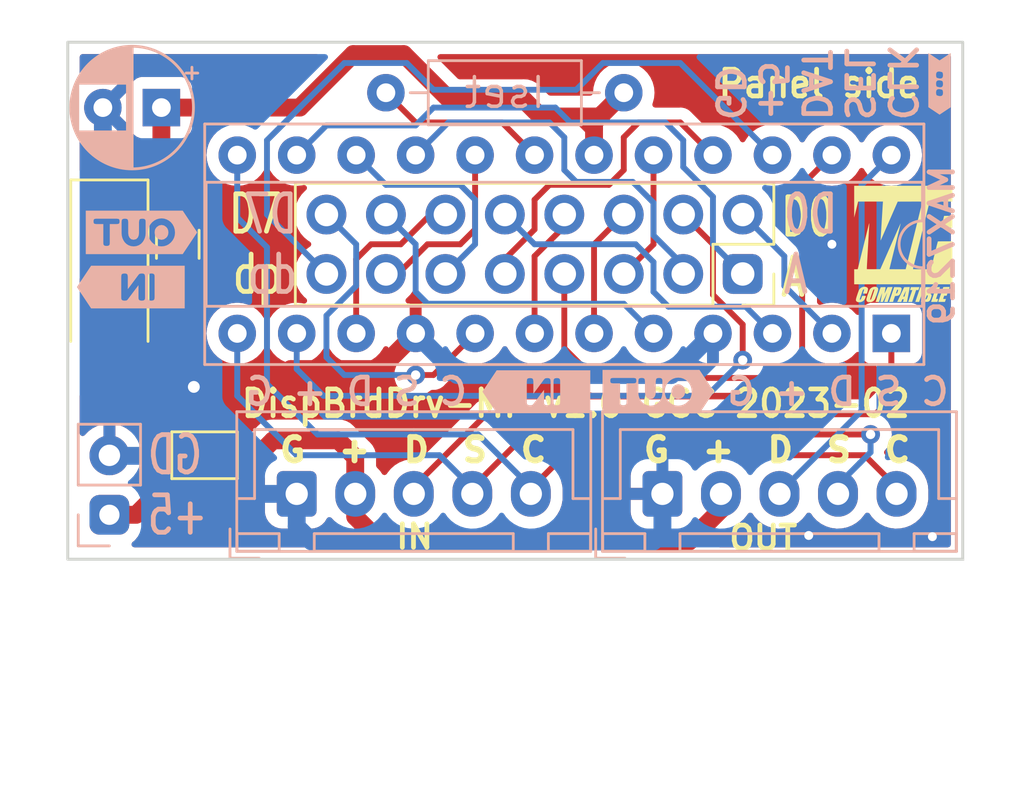
<source format=kicad_pcb>
(kicad_pcb (version 20211014) (generator pcbnew)
  (layers (0 "F.Cu" signal) (31 "B.Cu" signal) (34 "B.Paste" user) (35 "F.Paste" user) (36 "B.SilkS" user "B.Silkscreen") (37 "F.SilkS" user "F.Silkscreen") (38 "B.Mask" user) (39 "F.Mask" user) (44 "Edge.Cuts" user))
  (net 0 "")
  (net 1 "GND")
  (net 2 "/Vin")
  (net 3 "/Din")
  (net 4 "/Clk")
  (net 5 "/K0")
  (net 6 "/A_SegA")
  (net 7 "/K4")
  (net 8 "/A_SegF")
  (net 9 "/A_SegB")
  (net 10 "/K6")
  (net 11 "/A_SegG")
  (net 12 "/K2")
  (net 13 "Net-(IC1-Pad18)")
  (net 14 "/K3")
  (net 15 "/K7")
  (net 16 "/A_SegC")
  (net 17 "/A_SegE")
  (net 18 "/K5")
  (net 19 "/A_SegDP")
  (net 20 "/K1")
  (net 21 "/A_SegD")
  (net 22 "/Sel")
  (net 23 "/DOut")
  (net 24 "/Vcc")
  (footprint "Capacitor_SMD:C_1206_3216Metric_Pad1.42x1.75mm_HandSolder" (layer "F.Cu") (at 96.901 110.236 -90)
    (fp_text reference "C3" hide)
    (fp_text value "0.1 uF" hide)
    (pad "1" smd roundrect locked (at -1.4875 0 270) (size 1.425 1.75) (layers "F.Cu" "F.Paste" "F.Mask") (roundrect_rratio 0.175439) (net 24 "/Vcc"))
    (pad "2" smd roundrect locked (at 1.4875 0 270) (size 1.425 1.75) (layers "F.Cu" "F.Paste" "F.Mask") (roundrect_rratio 0.175439) (net 1 "GND"))
  )
  (footprint "Diode_SMD:D_SMA_Handsoldering" (layer "F.Cu") (at 93.98 111.887 -90)
    (fp_text reference "D1" hide)
    (fp_text value "1N5818")
    (pad "1" smd rect locked (at -2.5 0 270) (size 3.5 1.8) (layers "F.Cu" "F.Paste" "F.Mask") (net 24 "/Vcc"))
    (pad "2" smd rect locked (at 2.5 0 270) (size 3.5 1.8) (layers "F.Cu" "F.Paste" "F.Mask") (net 2 "/Vin"))
  )
  (footprint "Jumper:SolderJumper-2_P1.3mm_Bridged_Pad1.0x1.5mm" (layer "F.Cu") (at 98.044 119.253 180)
    (fp_text reference "JP2")
    (fp_text value "5V line")
    (fp_poly (pts (xy -0.25 -0.3) (xy 0.25 -0.3) (xy 0.25 0.3) (xy -0.25 0.3)) (layer "F.Cu") (width 0) (fill solid))
    (pad "1" smd rect locked (at -0.65 0 180) (size 1 1.5) (layers "F.Cu" "F.Mask") (net 2 "/Vin"))
    (pad "2" smd rect locked (at 0.65 0 180) (size 1 1.5) (layers "F.Cu" "F.Mask") (net 2 "/Vin"))
  )
  (footprint "GCC_Logos:MF_compatible_4.2x5mm" (layer "F.Cu") (at 127.889 110.236)
    (fp_text reference "G***")
    (fp_text value "LOGO" hide)
  )
  (footprint "Connector_PinSocket_2.54mm:PinSocket_2x08_P2.54mm_Vertical" (layer "F.Cu") (at 121.031 111.506 -90)
    (fp_text reference "P4" hide)
    (fp_text value "Conn_02x08_Odd_Even")
    (pad "1" thru_hole roundrect (at 0 0 270) (size 1.7 1.7) (drill 1) (layers *.Cu *.Mask) (net 6 "/A_SegA"))
    (pad "2" thru_hole oval (at -2.54 0 270) (size 1.7 1.7) (drill 1) (layers *.Cu *.Mask) (net 5 "/K0"))
    (pad "3" thru_hole oval (at 0 2.54 270) (size 1.7 1.7) (drill 1) (layers *.Cu *.Mask) (net 9 "/A_SegB"))
    (pad "4" thru_hole oval (at -2.54 2.54 270) (size 1.7 1.7) (drill 1) (layers *.Cu *.Mask) (net 20 "/K1"))
    (pad "5" thru_hole oval (at 0 5.08 270) (size 1.7 1.7) (drill 1) (layers *.Cu *.Mask) (net 16 "/A_SegC"))
    (pad "6" thru_hole oval (at -2.54 5.08 270) (size 1.7 1.7) (drill 1) (layers *.Cu *.Mask) (net 12 "/K2"))
    (pad "7" thru_hole oval (at 0 7.62 270) (size 1.7 1.7) (drill 1) (layers *.Cu *.Mask) (net 21 "/A_SegD"))
    (pad "8" thru_hole oval (at -2.54 7.62 270) (size 1.7 1.7) (drill 1) (layers *.Cu *.Mask) (net 14 "/K3"))
    (pad "9" thru_hole oval (at 0 10.16 270) (size 1.7 1.7) (drill 1) (layers *.Cu *.Mask) (net 17 "/A_SegE"))
    (pad "10" thru_hole oval (at -2.54 10.16 270) (size 1.7 1.7) (drill 1) (layers *.Cu *.Mask) (net 7 "/K4"))
    (pad "11" thru_hole oval (at 0 12.7 270) (size 1.7 1.7) (drill 1) (layers *.Cu *.Mask) (net 8 "/A_SegF"))
    (pad "12" thru_hole oval (at -2.54 12.7 270) (size 1.7 1.7) (drill 1) (layers *.Cu *.Mask) (net 18 "/K5"))
    (pad "13" thru_hole oval (at 0 15.24 270) (size 1.7 1.7) (drill 1) (layers *.Cu *.Mask) (net 11 "/A_SegG"))
    (pad "14" thru_hole oval (at -2.54 15.24 270) (size 1.7 1.7) (drill 1) (layers *.Cu *.Mask) (net 10 "/K6"))
    (pad "15" thru_hole oval (at 0 17.78 270) (size 1.7 1.7) (drill 1) (layers *.Cu *.Mask) (net 19 "/A_SegDP"))
    (pad "16" thru_hole oval (at -2.54 17.78 270) (size 1.7 1.7) (drill 1) (layers *.Cu *.Mask) (net 15 "/K7"))
  )
  (footprint "Capacitor_THT:CP_Radial_D5.0mm_P2.50mm" (layer "B.Cu") (at 96.201112 104.394 180)
    (fp_text reference "C2")
    (fp_text value "10uF")
    (pad "1" thru_hole rect locked (at 0 0 180) (size 1.6 1.6) (drill 0.8) (layers *.Cu *.Mask) (net 24 "/Vcc"))
    (pad "2" thru_hole circle locked (at 2.5 0 180) (size 1.6 1.6) (drill 0.8) (layers *.Cu *.Mask) (net 1 "GND"))
  )
  (footprint "Package_DIP:DIP-24_W7.62mm_Socket" (layer "B.Cu") (at 127.381 114.046 90)
    (fp_text reference "IC1")
    (fp_text value "MAX7219CNG")
    (pad "1" thru_hole rect locked (at 0 0 90) (size 1.6 1.6) (drill 0.8) (layers *.Cu *.Mask) (net 3 "/Din"))
    (pad "2" thru_hole oval locked (at 0 -2.54 90) (size 1.6 1.6) (drill 0.8) (layers *.Cu *.Mask) (net 5 "/K0"))
    (pad "3" thru_hole oval locked (at 0 -5.08 90) (size 1.6 1.6) (drill 0.8) (layers *.Cu *.Mask) (net 7 "/K4"))
    (pad "4" thru_hole oval locked (at 0 -7.62 90) (size 1.6 1.6) (drill 0.8) (layers *.Cu *.Mask) (net 1 "GND"))
    (pad "5" thru_hole oval locked (at 0 -10.16 90) (size 1.6 1.6) (drill 0.8) (layers *.Cu *.Mask) (net 10 "/K6"))
    (pad "6" thru_hole oval locked (at 0 -12.7 90) (size 1.6 1.6) (drill 0.8) (layers *.Cu *.Mask) (net 12 "/K2"))
    (pad "7" thru_hole oval locked (at 0 -15.24 90) (size 1.6 1.6) (drill 0.8) (layers *.Cu *.Mask) (net 14 "/K3"))
    (pad "8" thru_hole oval locked (at 0 -17.78 90) (size 1.6 1.6) (drill 0.8) (layers *.Cu *.Mask) (net 15 "/K7"))
    (pad "9" thru_hole oval locked (at 0 -20.32 90) (size 1.6 1.6) (drill 0.8) (layers *.Cu *.Mask) (net 1 "GND"))
    (pad "10" thru_hole oval locked (at 0 -22.86 90) (size 1.6 1.6) (drill 0.8) (layers *.Cu *.Mask) (net 18 "/K5"))
    (pad "11" thru_hole oval locked (at 0 -25.4 90) (size 1.6 1.6) (drill 0.8) (layers *.Cu *.Mask) (net 20 "/K1"))
    (pad "12" thru_hole oval locked (at 0 -27.94 90) (size 1.6 1.6) (drill 0.8) (layers *.Cu *.Mask) (net 22 "/Sel"))
    (pad "13" thru_hole oval locked (at 7.62 -27.94 90) (size 1.6 1.6) (drill 0.8) (layers *.Cu *.Mask) (net 4 "/Clk"))
    (pad "14" thru_hole oval locked (at 7.62 -25.4 90) (size 1.6 1.6) (drill 0.8) (layers *.Cu *.Mask) (net 6 "/A_SegA"))
    (pad "15" thru_hole oval locked (at 7.62 -22.86 90) (size 1.6 1.6) (drill 0.8) (layers *.Cu *.Mask) (net 8 "/A_SegF"))
    (pad "16" thru_hole oval locked (at 7.62 -20.32 90) (size 1.6 1.6) (drill 0.8) (layers *.Cu *.Mask) (net 9 "/A_SegB"))
    (pad "17" thru_hole oval locked (at 7.62 -17.78 90) (size 1.6 1.6) (drill 0.8) (layers *.Cu *.Mask) (net 11 "/A_SegG"))
    (pad "18" thru_hole oval locked (at 7.62 -15.24 90) (size 1.6 1.6) (drill 0.8) (layers *.Cu *.Mask) (net 13 "Net-(IC1-Pad18)"))
    (pad "19" thru_hole oval locked (at 7.62 -12.7 90) (size 1.6 1.6) (drill 0.8) (layers *.Cu *.Mask) (net 24 "/Vcc"))
    (pad "20" thru_hole oval locked (at 7.62 -10.16 90) (size 1.6 1.6) (drill 0.8) (layers *.Cu *.Mask) (net 16 "/A_SegC"))
    (pad "21" thru_hole oval locked (at 7.62 -7.62 90) (size 1.6 1.6) (drill 0.8) (layers *.Cu *.Mask) (net 17 "/A_SegE"))
    (pad "22" thru_hole oval locked (at 7.62 -5.08 90) (size 1.6 1.6) (drill 0.8) (layers *.Cu *.Mask) (net 19 "/A_SegDP"))
    (pad "23" thru_hole oval locked (at 7.62 -2.54 90) (size 1.6 1.6) (drill 0.8) (layers *.Cu *.Mask) (net 21 "/A_SegD"))
    (pad "24" thru_hole oval locked (at 7.62 0 90) (size 1.6 1.6) (drill 0.8) (layers *.Cu *.Mask) (net 23 "/DOut"))
  )
  (footprint "Resistor_THT:R_Axial_DIN0207_L6.3mm_D2.5mm_P10.16mm_Horizontal" (layer "B.Cu") (at 115.951 103.759 180)
    (fp_text reference "R2" hide)
    (fp_text value "Iset" (at 5.08 0) (layer "B.SilkS") (effects (font (size 1.27 1.27)) (justify mirror)))
    (pad "1" thru_hole circle locked (at 0 0 180) (size 1.6 1.6) (drill 0.8) (layers *.Cu *.Mask) (net 24 "/Vcc"))
    (pad "2" thru_hole oval locked (at 10.16 0 180) (size 1.6 1.6) (drill 0.8) (layers *.Cu *.Mask) (net 13 "Net-(IC1-Pad18)"))
  )
  (footprint "kibuzzard-6403BB05" (layer "B.Cu") (at 129.4384 103.378 90)
    (fp_text reference "kibuzzard-6403BB05" hide)
    (fp_text value "G***" hide)
  )
  (footprint "kibuzzard-6405E13D" (layer "B.Cu") (at 112.2172 116.5352 180)
    (fp_text reference "kibuzzard-6405E13D" hide)
    (fp_text value "G***" hide)
  )
  (footprint "Connector_JST:JST_XH_B5B-XH-A_1x05_P2.50mm_Vertical" (layer "B.Cu") (at 117.602 120.904)
    (fp_text reference "P3" hide)
    (fp_text value "DataOut")
    (pad "1" thru_hole roundrect locked (at 0 0) (size 1.7 1.95) (drill 0.95) (layers F&B.Cu *.Mask) (roundrect_rratio 0.147059) (net 1 "GND"))
    (pad "2" thru_hole oval locked (at 2.5 0) (size 1.7 1.95) (drill 0.95) (layers F&B.Cu *.Mask) (net 2 "/Vin"))
    (pad "3" thru_hole oval locked (at 5 0) (size 1.7 1.95) (drill 0.95) (layers F&B.Cu *.Mask) (net 23 "/DOut"))
    (pad "4" thru_hole oval locked (at 7.5 0) (size 1.7 1.95) (drill 0.95) (layers F&B.Cu *.Mask) (net 22 "/Sel"))
    (pad "5" thru_hole oval locked (at 10 0) (size 1.7 1.95) (drill 0.95) (layers F&B.Cu *.Mask) (net 4 "/Clk"))
  )
  (footprint "kibuzzard-6405E134" (layer "B.Cu") (at 117.4242 116.5352 180)
    (fp_text reference "kibuzzard-6405E134" hide)
    (fp_text value "G***" hide)
  )
  (footprint "kibuzzard-6405E146" (layer "B.Cu") (at 95.3516 109.728 180)
    (fp_text reference "kibuzzard-6405E146" hide)
    (fp_text value "G***" hide)
  )
  (footprint "Connector_PinHeader_2.54mm:PinHeader_1x02_P2.54mm_Vertical" (layer "B.Cu") (at 93.98 121.798)
    (fp_text reference "P1" hide)
    (fp_text value "Conn_01x02")
    (pad "1" thru_hole roundrect locked (at 0 0) (size 1.7 1.7) (drill 0.8636) (layers *.Cu *.Mask) (net 2 "/Vin"))
    (pad "2" thru_hole oval locked (at 0 -2.54) (size 1.7 1.7) (drill 0.9144) (layers *.Cu *.Mask) (net 1 "GND"))
  )
  (footprint "Connector_JST:JST_XH_B5B-XH-A_1x05_P2.50mm_Vertical" (layer "B.Cu") (at 101.981 120.904)
    (fp_text reference "P2" hide)
    (fp_text value "DataIn")
    (pad "1" thru_hole roundrect locked (at 0 0) (size 1.7 1.95) (drill 0.95) (layers F&B.Cu *.Mask) (roundrect_rratio 0.147059) (net 1 "GND"))
    (pad "2" thru_hole oval locked (at 2.5 0) (size 1.7 1.95) (drill 0.95) (layers F&B.Cu *.Mask) (net 2 "/Vin"))
    (pad "3" thru_hole oval locked (at 5 0) (size 1.7 1.95) (drill 0.95) (layers F&B.Cu *.Mask) (net 3 "/Din"))
    (pad "4" thru_hole oval locked (at 7.5 0) (size 1.7 1.95) (drill 0.95) (layers F&B.Cu *.Mask) (net 22 "/Sel"))
    (pad "5" thru_hole oval locked (at 10 0) (size 1.7 1.95) (drill 0.95) (layers F&B.Cu *.Mask) (net 4 "/Clk"))
  )
  (footprint "kibuzzard-6405E14C" (layer "B.Cu") (at 94.8944 112.0648 180)
    (fp_text reference "kibuzzard-6405E14C" hide)
    (fp_text value "G***" hide)
  )
  (gr_poly (pts (xy 130.429 123.698) (xy 92.202 123.698) (xy 92.202 101.6) (xy 130.429 101.6)) (layer "Edge.Cuts") (width 0.127) (fill none))
  (gr_text "D7\ndp" (at 102.108 110.236) (layer "B.SilkS") (effects (font (size 1.6002 1.143) (thickness 0.2032)) (justify left mirror)))
  (gr_text "D0\nA" (at 122.682 110.236) (layer "B.SilkS") (effects (font (size 1.6002 1.143) (thickness 0.2032)) (justify right mirror)))
  (gr_text "CLK\nSEL\nDAT\n+5\nGD" (at 124.1552 105.0544 270) (layer "B.SilkS") (effects (font (size 1.143 1.143) (thickness 0.2032)) (justify left mirror)))
  (gr_text "GD\n+5" (at 95.504 120.528) (layer "B.SilkS") (effects (font (size 1.6002 1.143) (thickness 0.2032)) (justify right mirror)))
  (gr_text "C S D + G" (at 129.9464 116.5352) (layer "B.SilkS") (effects (font (size 1.143 1.143) (thickness 0.2032)) (justify left mirror)))
  (gr_text "C S D + G" (at 109.3724 116.5352) (layer "B.SilkS") (effects (font (size 1.143 1.143) (thickness 0.2032)) (justify left mirror)))
  (gr_text "MAX7219" (at 129.54 110.2868 90) (layer "B.SilkS") (effects (font (size 1 1) (thickness 0.2032)) (justify mirror)))
  (gr_text "D7\ndp" (at 101.473 110.236) (layer "F.SilkS") (effects (font (size 1.6002 1.143) (thickness 0.2032)) (justify right)))
  (gr_text "G  +  D  S  C" (at 116.6876 119.0244) (layer "F.SilkS") (effects (font (size 1 1) (thickness 0.25)) (justify left)))
  (gr_text "DispBrdDrv-MF v1.0 GCC 2023-02" (at 99.5172 117.0432) (layer "F.SilkS") (effects (font (size 1.143 1.0668) (thickness 0.2032)) (justify left)))
  (gr_text "OUT" (at 120.3452 122.7836) (layer "F.SilkS") (effects (font (size 1 1) (thickness 0.2032)) (justify left)))
  (gr_text "Panel side" (at 119.888 103.378) (layer "F.SilkS") (effects (font (size 1.143 1.0668) (thickness 0.2032)) (justify left)))
  (gr_text "IN" (at 106.1212 122.7328) (layer "F.SilkS") (effects (font (size 1 1) (thickness 0.2032)) (justify left)))
  (gr_text "D0\nA" (at 122.555 110.363) (layer "F.SilkS") (effects (font (size 1.6002 1.143) (thickness 0.2032)) (justify left)))
  (gr_text "G  +  D  S  C" (at 101.1428 119.0244) (layer "F.SilkS") (effects (font (size 1 1) (thickness 0.25)) (justify left)))
  (segment (start 96.774 113.919) (end 96.774 115.062) (width 0.762) (layer "F.Cu") (net 1))
  (segment (start 100.965 116.332) (end 101.727 115.57) (width 0.762) (layer "F.Cu") (net 1))
  (segment (start 101.727 115.57) (end 105.537 115.57) (width 0.762) (layer "F.Cu") (net 1))
  (segment (start 96.774 113.919) (end 96.774 111.8505) (width 0.762) (layer "F.Cu") (net 1))
  (segment (start 96.774 115.062) (end 98.044 116.332) (width 0.762) (layer "F.Cu") (net 1))
  (segment (start 105.537 115.57) (end 107.061 114.046) (width 0.762) (layer "F.Cu") (net 1))
  (segment (start 96.774 115.062) (end 96.774 115.5192) (width 0.762) (layer "F.Cu") (net 1))
  (segment (start 96.774 115.5192) (end 97.5868 116.332) (width 0.762) (layer "F.Cu") (net 1))
  (segment (start 98.044 116.332) (end 98.8568 116.332) (width 0.762) (layer "F.Cu") (net 1))
  (segment (start 98.8568 116.332) (end 100.965 116.332) (width 0.762) (layer "F.Cu") (net 1))
  (segment (start 98.8568 116.332) (end 97.5868 116.332) (width 0.762) (layer "F.Cu") (net 1))
  (via (at 97.5868 116.332) (size 1.27) (drill 0.508) (layers "F.Cu" "B.Cu") (net 1))
  (via (at 123.8504 122.682) (size 0.889) (drill 0.381) (layers "F.Cu" "B.Cu") (net 1))
  (via (at 124.841 110.236) (size 0.889) (drill 0.381) (layers "F.Cu" "B.Cu") (net 1))
  (via (at 129.1336 122.7328) (size 0.889) (drill 0.381) (layers "F.Cu" "B.Cu") (net 1))
  (segment (start 93.701112 112.116112) (end 93.701112 114.884712) (width 0.762) (layer "B.Cu") (net 1))
  (segment (start 101.981 120.904) (end 101.981 122.301) (width 0.762) (layer "B.Cu") (net 1))
  (segment (start 93.701112 114.884712) (end 95.1484 116.332) (width 0.762) (layer "B.Cu") (net 1))
  (segment (start 97.5868 118.618) (end 96.9264 119.2784) (width 0.762) (layer "B.Cu") (net 1))
  (segment (start 117.602 122.555) (end 117.602 120.904) (width 0.762) (layer "B.Cu") (net 1))
  (segment (start 101.981 120.904) (end 99.2124 120.904) (width 0.762) (layer "B.Cu") (net 1))
  (segment (start 97.5868 119.2784) (end 97.5868 118.3132) (width 0.762) (layer "B.Cu") (net 1))
  (segment (start 97.5868 118.3132) (end 97.5868 116.332) (width 0.762) (layer "B.Cu") (net 1))
  (segment (start 97.5868 118.3132) (end 97.5868 118.618) (width 0.762) (layer "B.Cu") (net 1))
  (segment (start 93.701112 104.394) (end 93.701112 112.116112) (width 0.762) (layer "B.Cu") (net 1))
  (segment (start 99.2124 120.904) (end 97.5868 119.2784) (width 0.762) (layer "B.Cu") (net 1))
  (segment (start 97.5868 119.2784) (end 96.9264 119.2784) (width 0.762) (layer "B.Cu") (net 1))
  (segment (start 117.221 122.936) (end 117.602 122.555) (width 0.762) (layer "B.Cu") (net 1))
  (segment (start 101.981 122.301) (end 102.616 122.936) (width 0.762) (layer "B.Cu") (net 1))
  (segment (start 102.616 122.936) (end 117.221 122.936) (width 0.762) (layer "B.Cu") (net 1))
  (segment (start 107.061 114.046) (end 108.839 115.824) (width 0.762) (layer "B.Cu") (net 1))
  (segment (start 108.839 115.824) (end 117.983 115.824) (width 0.762) (layer "B.Cu") (net 1))
  (segment (start 96.9264 119.2784) (end 94.0004 119.2784) (width 0.762) (layer "B.Cu") (net 1))
  (segment (start 95.1484 116.332) (end 97.5868 116.332) (width 0.762) (layer "B.Cu") (net 1))
  (segment (start 117.983 115.824) (end 119.761 114.046) (width 0.762) (layer "B.Cu") (net 1))
  (segment (start 120.102 121.579) (end 120.102 120.904) (width 0.762) (layer "F.Cu") (net 2))
  (segment (start 118.745 122.936) (end 120.102 121.579) (width 0.762) (layer "F.Cu") (net 2))
  (segment (start 100.33 119.253) (end 100.965 118.618) (width 0.762) (layer "F.Cu") (net 2))
  (segment (start 104.481 121.88) (end 105.537 122.936) (width 0.762) (layer "F.Cu") (net 2))
  (segment (start 93.98 115.062) (end 96.012 117.094) (width 0.762) (layer "F.Cu") (net 2))
  (segment (start 98.694 119.253) (end 100.33 119.253) (width 0.762) (layer "F.Cu") (net 2))
  (segment (start 95.118 121.798) (end 93.98 121.798) (width 0.762) (layer "F.Cu") (net 2))
  (segment (start 96.012 117.094) (end 96.012 119.253) (width 0.762) (layer "F.Cu") (net 2))
  (segment (start 104.481 119.34) (end 104.481 120.904) (width 0.762) (layer "F.Cu") (net 2))
  (segment (start 96.012 119.253) (end 97.394 119.253) (width 0.762) (layer "F.Cu") (net 2))
  (segment (start 104.481 120.904) (end 104.481 121.88) (width 0.762) (layer "F.Cu") (net 2))
  (segment (start 105.537 122.936) (end 118.745 122.936) (width 0.762) (layer "F.Cu") (net 2))
  (segment (start 96.012 119.253) (end 96.012 120.904) (width 0.762) (layer "F.Cu") (net 2))
  (segment (start 103.759 118.618) (end 104.481 119.34) (width 0.762) (layer "F.Cu") (net 2))
  (segment (start 96.012 120.904) (end 95.118 121.798) (width 0.762) (layer "F.Cu") (net 2))
  (segment (start 100.965 118.618) (end 103.759 118.618) (width 0.762) (layer "F.Cu") (net 2))
  (segment (start 127.381 116.8146) (end 127.381 114.046) (width 0.254) (layer "F.Cu") (net 3))
  (segment (start 110.0836 117.5004) (end 126.6952 117.5004) (width 0.254) (layer "F.Cu") (net 3))
  (segment (start 126.6952 117.5004) (end 127.381 116.8146) (width 0.254) (layer "F.Cu") (net 3))
  (segment (start 106.981 120.603) (end 110.0836 117.5004) (width 0.254) (layer "F.Cu") (net 3))
  (segment (start 111.981 120.683) (end 113.411 119.253) (width 0.254) (layer "F.Cu") (net 4))
  (segment (start 126.238 119.253) (end 127.602 120.617) (width 0.254) (layer "F.Cu") (net 4))
  (segment (start 113.411 119.253) (end 126.238 119.253) (width 0.254) (layer "F.Cu") (net 4))
  (segment (start 100.711 116.205) (end 102.87 118.364) (width 0.254) (layer "B.Cu") (net 4))
  (segment (start 100.711 110.363) (end 99.441 109.093) (width 0.254) (layer "B.Cu") (net 4))
  (segment (start 102.87 118.364) (end 109.728 118.364) (width 0.254) (layer "B.Cu") (net 4))
  (segment (start 99.441 109.093) (end 99.441 106.426) (width 0.254) (layer "B.Cu") (net 4))
  (segment (start 109.728 118.364) (end 111.981 120.617) (width 0.254) (layer "B.Cu") (net 4))
  (segment (start 100.711 116.205) (end 100.711 110.363) (width 0.254) (layer "B.Cu") (net 4))
  (segment (start 122.809 110.744) (end 121.031 108.966) (width 0.25) (layer "B.Cu") (net 5))
  (segment (start 124.841 114.046) (end 122.809 112.014) (width 0.25) (layer "B.Cu") (net 5))
  (segment (start 122.809 112.014) (end 122.809 110.744) (width 0.25) (layer "B.Cu") (net 5))
  (segment (start 119.761 110.236) (end 121.031 111.506) (width 0.25) (layer "B.Cu") (net 6))
  (segment (start 103.251 105.156) (end 107.061 105.156) (width 0.25) (layer "B.Cu") (net 6))
  (segment (start 119.761 108.204) (end 119.761 110.236) (width 0.25) (layer "B.Cu") (net 6))
  (segment (start 101.981 106.426) (end 103.251 105.156) (width 0.25) (layer "B.Cu") (net 6))
  (segment (start 118.491 105.791) (end 118.491 106.934) (width 0.25) (layer "B.Cu") (net 6))
  (segment (start 118.491 106.934) (end 119.761 108.204) (width 0.25) (layer "B.Cu") (net 6))
  (segment (start 107.061 105.156) (end 107.823 104.394) (width 0.25) (layer "B.Cu") (net 6))
  (segment (start 113.03 104.394) (end 113.665 105.029) (width 0.25) (layer "B.Cu") (net 6))
  (segment (start 117.729 105.029) (end 118.491 105.791) (width 0.25) (layer "B.Cu") (net 6))
  (segment (start 113.665 105.029) (end 117.729 105.029) (width 0.25) (layer "B.Cu") (net 6))
  (segment (start 107.823 104.394) (end 113.03 104.394) (width 0.25) (layer "B.Cu") (net 6))
  (segment (start 110.871 108.966) (end 112.141 110.236) (width 0.25) (layer "B.Cu") (net 7))
  (segment (start 112.141 110.236) (end 116.459 110.236) (width 0.25) (layer "B.Cu") (net 7))
  (segment (start 117.856 112.903) (end 121.158 112.903) (width 0.25) (layer "B.Cu") (net 7))
  (segment (start 117.221 112.268) (end 117.856 112.903) (width 0.25) (layer "B.Cu") (net 7))
  (segment (start 117.221 110.998) (end 117.221 112.268) (width 0.25) (layer "B.Cu") (net 7))
  (segment (start 121.158 112.903) (end 122.301 114.046) (width 0.25) (layer "B.Cu") (net 7))
  (segment (start 116.459 110.236) (end 117.221 110.998) (width 0.25) (layer "B.Cu") (net 7))
  (segment (start 108.966 107.696) (end 109.601 108.331) (width 0.25) (layer "B.Cu") (net 8))
  (segment (start 109.601 108.331) (end 109.601 110.236) (width 0.25) (layer "B.Cu") (net 8))
  (segment (start 109.601 110.236) (end 108.331 111.506) (width 0.25) (layer "B.Cu") (net 8))
  (segment (start 104.521 106.426) (end 105.791 107.696) (width 0.25) (layer "B.Cu") (net 8))
  (segment (start 105.791 107.696) (end 108.966 107.696) (width 0.25) (layer "B.Cu") (net 8))
  (segment (start 116.332 107.569) (end 117.221 108.458) (width 0.25) (layer "B.Cu") (net 9))
  (segment (start 117.221 109.855) (end 118.491 111.125) (width 0.25) (layer "B.Cu") (net 9))
  (segment (start 117.221 108.458) (end 117.221 109.855) (width 0.25) (layer "B.Cu") (net 9))
  (segment (start 113.411 107.061) (end 113.919 107.569) (width 0.25) (layer "B.Cu") (net 9))
  (segment (start 108.458 105.029) (end 112.776 105.029) (width 0.25) (layer "B.Cu") (net 9))
  (segment (start 113.919 107.569) (end 116.332 107.569) (width 0.25) (layer "B.Cu") (net 9))
  (segment (start 112.776 105.029) (end 113.411 105.664) (width 0.25) (layer "B.Cu") (net 9))
  (segment (start 107.061 106.426) (end 108.458 105.029) (width 0.25) (layer "B.Cu") (net 9))
  (segment (start 113.411 105.664) (end 113.411 107.061) (width 0.25) (layer "B.Cu") (net 9))
  (segment (start 115.951 112.776) (end 117.221 114.046) (width 0.25) (layer "B.Cu") (net 10))
  (segment (start 107.061 112.268) (end 107.569 112.776) (width 0.25) (layer "B.Cu") (net 10))
  (segment (start 105.791 108.966) (end 107.061 110.236) (width 0.25) (layer "B.Cu") (net 10))
  (segment (start 107.061 110.236) (end 107.061 112.268) (width 0.25) (layer "B.Cu") (net 10))
  (segment (start 107.569 112.776) (end 115.951 112.776) (width 0.25) (layer "B.Cu") (net 10))
  (segment (start 107.569 110.236) (end 106.279 111.526) (width 0.25) (layer "F.Cu") (net 11))
  (segment (start 109.601 109.601) (end 108.966 110.236) (width 0.25) (layer "F.Cu") (net 11))
  (segment (start 108.966 110.236) (end 107.569 110.236) (width 0.25) (layer "F.Cu") (net 11))
  (segment (start 109.601 106.426) (end 109.601 109.601) (width 0.25) (layer "F.Cu") (net 11))
  (segment (start 114.681 110.241) (end 115.936 108.986) (width 0.25) (layer "F.Cu") (net 12))
  (segment (start 114.681 114.046) (end 114.681 110.241) (width 0.25) (layer "F.Cu") (net 12))
  (segment (start 105.791 103.759) (end 107.061 105.029) (width 0.25) (layer "F.Cu") (net 13))
  (segment (start 110.744 105.029) (end 112.141 106.426) (width 0.25) (layer "F.Cu") (net 13))
  (segment (start 107.061 105.029) (end 110.744 105.029) (width 0.25) (layer "F.Cu") (net 13))
  (segment (start 112.141 110.744) (end 113.411 109.474) (width 0.25) (layer "F.Cu") (net 14))
  (segment (start 112.141 114.046) (end 112.141 110.744) (width 0.25) (layer "F.Cu") (net 14))
  (segment (start 107.823 115.824) (end 109.601 114.046) (width 0.25) (layer "F.Cu") (net 15))
  (segment (start 107.061 115.824) (end 107.823 115.824) (width 0.25) (layer "F.Cu") (net 15))
  (via (at 107.061 115.824) (size 0.8) (drill 0.4) (layers "F.Cu" "B.Cu") (net 15))
  (segment (start 104.013 115.824) (end 107.061 115.824) (width 0.25) (layer "B.Cu") (net 15))
  (segment (start 103.251 108.966) (end 104.521 110.236) (width 0.25) (layer "B.Cu") (net 15))
  (segment (start 103.251 113.284) (end 103.251 115.062) (width 0.25) (layer "B.Cu") (net 15))
  (segment (start 103.251 115.062) (end 104.013 115.824) (width 0.25) (layer "B.Cu") (net 15))
  (segment (start 104.521 112.014) (end 103.251 113.284) (width 0.25) (layer "B.Cu") (net 15))
  (segment (start 104.521 110.236) (end 104.521 112.014) (width 0.25) (layer "B.Cu") (net 15))
  (segment (start 117.221 110.241) (end 117.221 106.426) (width 0.25) (layer "F.Cu") (net 16))
  (segment (start 115.936 111.526) (end 117.221 110.241) (width 0.25) (layer "F.Cu") (net 16))
  (segment (start 112.141 108.331) (end 112.776 107.696) (width 0.25) (layer "F.Cu") (net 17))
  (segment (start 115.951 105.664) (end 116.586 105.029) (width 0.25) (layer "F.Cu") (net 17))
  (segment (start 115.951 107.061) (end 115.951 105.664) (width 0.25) (layer "F.Cu") (net 17))
  (segment (start 110.871 110.871) (end 112.141 109.601) (width 0.25) (layer "F.Cu") (net 17))
  (segment (start 118.364 105.029) (end 119.761 106.426) (width 0.25) (layer "F.Cu") (net 17))
  (segment (start 112.776 107.696) (end 115.316 107.696) (width 0.25) (layer "F.Cu") (net 17))
  (segment (start 115.316 107.696) (end 115.951 107.061) (width 0.25) (layer "F.Cu") (net 17))
  (segment (start 116.586 105.029) (end 118.364 105.029) (width 0.25) (layer "F.Cu") (net 17))
  (segment (start 112.141 109.601) (end 112.141 108.331) (width 0.25) (layer "F.Cu") (net 17))
  (segment (start 105.156 110.236) (end 104.521 110.871) (width 0.25) (layer "F.Cu") (net 18))
  (segment (start 107.676 108.986) (end 106.426 110.236) (width 0.25) (layer "F.Cu") (net 18))
  (segment (start 106.426 110.236) (end 105.156 110.236) (width 0.25) (layer "F.Cu") (net 18))
  (segment (start 104.521 110.871) (end 104.521 114.046) (width 0.25) (layer "F.Cu") (net 18))
  (segment (start 104.013 102.489) (end 106.68 102.489) (width 0.25) (layer "B.Cu") (net 19))
  (segment (start 113.919 103.632) (end 115.062 102.489) (width 0.25) (layer "B.Cu") (net 19))
  (segment (start 107.823 103.632) (end 113.919 103.632) (width 0.25) (layer "B.Cu") (net 19))
  (segment (start 100.711 108.966) (end 100.711 105.791) (width 0.25) (layer "B.Cu") (net 19))
  (segment (start 106.68 102.489) (end 107.823 103.632) (width 0.25) (layer "B.Cu") (net 19))
  (segment (start 115.062 102.489) (end 118.364 102.489) (width 0.25) (layer "B.Cu") (net 19))
  (segment (start 100.711 105.791) (end 104.013 102.489) (width 0.25) (layer "B.Cu") (net 19))
  (segment (start 103.251 111.506) (end 100.711 108.966) (width 0.25) (layer "B.Cu") (net 19))
  (segment (start 118.364 102.489) (end 122.301 106.426) (width 0.25) (layer "B.Cu") (net 19))
  (segment (start 121.031 115.189) (end 121.031 113.665) (width 0.25) (layer "F.Cu") (net 20))
  (segment (start 119.761 112.395) (end 119.761 110.236) (width 0.25) (layer "F.Cu") (net 20))
  (segment (start 121.031 113.665) (end 119.761 112.395) (width 0.25) (layer "F.Cu") (net 20))
  (segment (start 119.761 110.236) (end 118.491 108.966) (width 0.25) (layer "F.Cu") (net 20))
  (via (at 121.031 115.189) (size 0.8) (drill 0.4) (layers "F.Cu" "B.Cu") (net 20))
  (segment (start 101.981 115.57) (end 103.124 116.713) (width 0.25) (layer "B.Cu") (net 20))
  (segment (start 101.981 114.046) (end 101.981 115.57) (width 0.25) (layer "B.Cu") (net 20))
  (segment (start 119.507 116.713) (end 121.031 115.189) (width 0.25) (layer "B.Cu") (net 20))
  (segment (start 103.124 116.713) (end 119.507 116.713) (width 0.25) (layer "B.Cu") (net 20))
  (segment (start 113.411 114.681) (end 114.681 115.951) (width 0.25) (layer "F.Cu") (net 21))
  (segment (start 113.411 111.506) (end 113.411 114.681) (width 0.25) (layer "F.Cu") (net 21))
  (segment (start 122.682 115.951) (end 123.571 115.062) (width 0.25) (layer "F.Cu") (net 21))
  (segment (start 123.571 115.062) (end 123.571 107.696) (width 0.25) (layer "F.Cu") (net 21))
  (segment (start 123.571 107.696) (end 124.841 106.426) (width 0.25) (layer "F.Cu") (net 21))
  (segment (start 114.681 115.951) (end 122.682 115.951) (width 0.25) (layer "F.Cu") (net 21))
  (segment (start 111.76 118.364) (end 126.492 118.364) (width 0.254) (layer "F.Cu") (net 22))
  (segment (start 109.481 120.643) (end 111.76 118.364) (width 0.254) (layer "F.Cu") (net 22))
  (via (at 126.492 118.364) (size 0.8) (drill 0.4) (layers "F.Cu" "B.Cu") (net 22))
  (segment (start 108.077 119.253) (end 109.481 120.657) (width 0.254) (layer "B.Cu") (net 22))
  (segment (start 126.0348 119.5832) (end 125.102 120.516) (width 0.254) (layer "B.Cu") (net 22))
  (segment (start 126.492 119.126) (end 126.0348 119.5832) (width 0.254) (layer "B.Cu") (net 22))
  (segment (start 99.441 116.713) (end 99.441 114.046) (width 0.254) (layer "B.Cu") (net 22))
  (segment (start 101.981 119.253) (end 108.077 119.253) (width 0.254) (layer "B.Cu") (net 22))
  (segment (start 126.492 118.364) (end 126.492 119.126) (width 0.254) (layer "B.Cu") (net 22))
  (segment (start 99.441 116.713) (end 101.981 119.253) (width 0.254) (layer "B.Cu") (net 22))
  (segment (start 126.111 107.696) (end 126.111 117.348) (width 0.254) (layer "B.Cu") (net 23))
  (segment (start 126.111 107.696) (end 127.381 106.426) (width 0.254) (layer "B.Cu") (net 23))
  (segment (start 126.111 117.348) (end 122.602 120.857) (width 0.254) (layer "B.Cu") (net 23))
  (segment (start 114.173 104.775) (end 114.681 105.283) (width 0.762) (layer "F.Cu") (net 24))
  (segment (start 102.108 104.394) (end 96.201112 104.394) (width 0.762) (layer "F.Cu") (net 24))
  (segment (start 114.681 105.283) (end 114.681 105.029) (width 0.762) (layer "F.Cu") (net 24))
  (segment (start 115.062 104.648) (end 115.951 103.759) (width 0.762) (layer "F.Cu") (net 24))
  (segment (start 114.681 105.283) (end 114.681 106.426) (width 0.762) (layer "F.Cu") (net 24))
  (segment (start 104.394 102.108) (end 102.108 104.394) (width 0.762) (layer "F.Cu") (net 24))
  (segment (start 114.173 104.775) (end 112.395 104.775) (width 0.762) (layer "F.Cu") (net 24))
  (segment (start 112.395 104.775) (end 111.6965 104.0765) (width 0.762) (layer "F.Cu") (net 24))
  (segment (start 108.5215 104.0765) (end 106.553 102.108) (width 0.762) (layer "F.Cu") (net 24))
  (segment (start 96.901 106.934) (end 96.901 108.7485) (width 0.762) (layer "F.Cu") (net 24))
  (segment (start 111.6965 104.0765) (end 108.5215 104.0765) (width 0.762) (layer "F.Cu") (net 24))
  (segment (start 114.681 105.029) (end 115.062 104.648) (width 0.762) (layer "F.Cu") (net 24))
  (segment (start 96.901 108.7485) (end 94.6185 108.7485) (width 0.762) (layer "F.Cu") (net 24))
  (segment (start 106.553 102.108) (end 104.394 102.108) (width 0.762) (layer "F.Cu") (net 24))
  (segment (start 114.935 104.775) (end 115.062 104.648) (width 0.762) (layer "F.Cu") (net 24))
  (segment (start 96.201112 104.394) (end 96.201112 106.234112) (width 0.762) (layer "F.Cu") (net 24))
  (segment (start 114.173 104.775) (end 114.935 104.775) (width 0.762) (layer "F.Cu") (net 24))
  (segment (start 94.6185 108.7485) (end 93.98 109.387) (width 0.762) (layer "F.Cu") (net 24))
  (segment (start 96.201112 106.234112) (end 96.901 106.934) (width 0.762) (layer "F.Cu") (net 24))
  (zone (net 1) (net_name "GND") (layers F&B.Cu) (connect_pads (clearance 0.508)) (min_thickness 0.254) (fill yes (thermal_gap 0.508) (thermal_bridge_width 0.508))
    (polygon (pts (xy 130.429 101.6) (xy 92.202 101.6) (xy 92.202 123.698) (xy 130.429 123.698)))
  )
)
</source>
